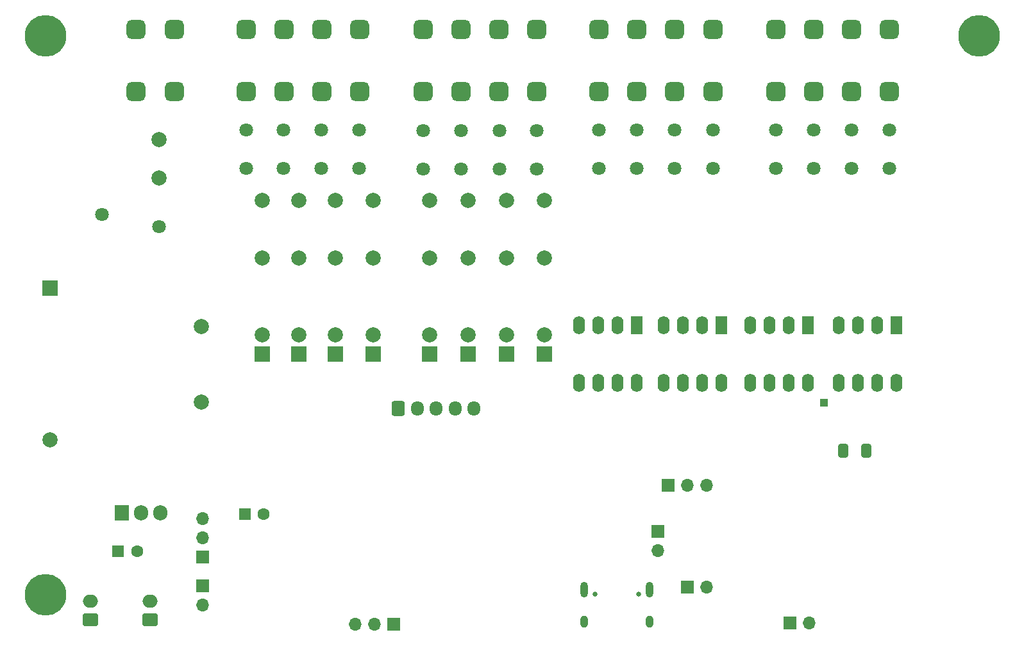
<source format=gbs>
G04 #@! TF.GenerationSoftware,KiCad,Pcbnew,7.0.5*
G04 #@! TF.CreationDate,2024-05-28T07:47:23+02:00*
G04 #@! TF.ProjectId,hamodule,68616d6f-6475-46c6-952e-6b696361645f,20240528.23.8*
G04 #@! TF.SameCoordinates,Original*
G04 #@! TF.FileFunction,Soldermask,Bot*
G04 #@! TF.FilePolarity,Negative*
%FSLAX46Y46*%
G04 Gerber Fmt 4.6, Leading zero omitted, Abs format (unit mm)*
G04 Created by KiCad (PCBNEW 7.0.5) date 2024-05-28 07:47:23*
%MOMM*%
%LPD*%
G01*
G04 APERTURE LIST*
G04 Aperture macros list*
%AMRoundRect*
0 Rectangle with rounded corners*
0 $1 Rounding radius*
0 $2 $3 $4 $5 $6 $7 $8 $9 X,Y pos of 4 corners*
0 Add a 4 corners polygon primitive as box body*
4,1,4,$2,$3,$4,$5,$6,$7,$8,$9,$2,$3,0*
0 Add four circle primitives for the rounded corners*
1,1,$1+$1,$2,$3*
1,1,$1+$1,$4,$5*
1,1,$1+$1,$6,$7*
1,1,$1+$1,$8,$9*
0 Add four rect primitives between the rounded corners*
20,1,$1+$1,$2,$3,$4,$5,0*
20,1,$1+$1,$4,$5,$6,$7,0*
20,1,$1+$1,$6,$7,$8,$9,0*
20,1,$1+$1,$8,$9,$2,$3,0*%
G04 Aperture macros list end*
%ADD10R,1.700000X1.700000*%
%ADD11O,1.700000X1.700000*%
%ADD12C,1.800000*%
%ADD13O,2.000000X1.700000*%
%ADD14RoundRect,0.250000X0.750000X-0.600000X0.750000X0.600000X-0.750000X0.600000X-0.750000X-0.600000X0*%
%ADD15R,2.000000X2.000000*%
%ADD16C,2.000000*%
%ADD17R,1.905000X2.000000*%
%ADD18O,1.905000X2.000000*%
%ADD19RoundRect,0.625000X0.625000X0.625000X-0.625000X0.625000X-0.625000X-0.625000X0.625000X-0.625000X0*%
%ADD20C,5.500000*%
%ADD21R,1.600000X2.400000*%
%ADD22O,1.600000X2.400000*%
%ADD23R,1.600000X1.600000*%
%ADD24C,1.600000*%
%ADD25R,1.000000X1.000000*%
%ADD26C,0.650000*%
%ADD27O,1.000000X2.100000*%
%ADD28O,1.000000X1.600000*%
%ADD29RoundRect,0.250000X-0.600000X-0.725000X0.600000X-0.725000X0.600000X0.725000X-0.600000X0.725000X0*%
%ADD30O,1.700000X1.950000*%
%ADD31RoundRect,0.250000X-0.412500X-0.650000X0.412500X-0.650000X0.412500X0.650000X-0.412500X0.650000X0*%
G04 APERTURE END LIST*
D10*
X47752500Y-108737400D03*
D11*
X47752500Y-111277400D03*
D12*
X34520700Y-59585350D03*
X42020700Y-61218680D03*
D13*
X40868600Y-110733200D03*
D14*
X40868600Y-113233200D03*
D15*
X27656000Y-69378900D03*
D16*
X27656000Y-89378900D03*
X47656000Y-84378900D03*
X47656000Y-74378900D03*
D17*
X37148000Y-99072700D03*
D18*
X39688000Y-99072700D03*
X42228000Y-99072700D03*
D19*
X68567800Y-43332400D03*
X68567800Y-35132401D03*
X63567800Y-43332400D03*
X63567800Y-35132401D03*
X58567800Y-43332400D03*
X58567800Y-35132401D03*
X53567800Y-43332400D03*
X53567800Y-35132401D03*
X44020000Y-43355999D03*
X44020000Y-35156000D03*
X39020000Y-43355999D03*
X39020000Y-35156000D03*
X115140000Y-43328199D03*
X115140000Y-35128200D03*
X110140000Y-43328199D03*
X110140000Y-35128200D03*
X105140000Y-43328199D03*
X105140000Y-35128200D03*
X100140000Y-43328199D03*
X100140000Y-35128200D03*
D16*
X42066400Y-49662400D03*
X42056400Y-54742400D03*
D20*
X27000000Y-36000000D03*
X150300000Y-36000000D03*
D21*
X139389178Y-74236118D03*
D22*
X136849178Y-74236118D03*
X134309178Y-74236118D03*
X131769178Y-74236118D03*
X131769178Y-81856118D03*
X134309178Y-81856118D03*
X136849178Y-81856118D03*
X139389178Y-81856118D03*
D21*
X105081300Y-74239600D03*
D22*
X102541300Y-74239600D03*
X100001300Y-74239600D03*
X97461300Y-74239600D03*
X97461300Y-81859600D03*
X100001300Y-81859600D03*
X102541300Y-81859600D03*
X105081300Y-81859600D03*
D21*
X116257300Y-74239600D03*
D22*
X113717300Y-74239600D03*
X111177300Y-74239600D03*
X108637300Y-74239600D03*
X108637300Y-81859600D03*
X111177300Y-81859600D03*
X113717300Y-81859600D03*
X116257300Y-81859600D03*
D14*
X32943800Y-113233200D03*
D13*
X32943800Y-110733200D03*
D10*
X125305402Y-113659699D03*
D11*
X127845402Y-113659699D03*
D19*
X138497702Y-43328199D03*
X138497702Y-35128200D03*
X133497702Y-43328199D03*
X133497702Y-35128200D03*
X128497702Y-43328199D03*
X128497702Y-35128200D03*
X123497702Y-43328199D03*
X123497702Y-35128200D03*
X91935800Y-43332400D03*
X91935800Y-35132401D03*
X86935800Y-43332400D03*
X86935800Y-35132401D03*
X81935800Y-43332400D03*
X81935800Y-35132401D03*
X76935800Y-43332400D03*
X76935800Y-35132401D03*
D12*
X81902800Y-53619400D03*
X81902800Y-48539400D03*
D15*
X77774800Y-78043900D03*
D16*
X77774800Y-75503900D03*
X77774800Y-65343900D03*
X77774800Y-57723900D03*
D10*
X109284000Y-95402400D03*
D11*
X111824000Y-95402400D03*
X114364000Y-95402400D03*
D12*
X105104000Y-53515900D03*
X105104000Y-48435900D03*
D23*
X53365400Y-99263200D03*
D24*
X55865400Y-99263200D03*
D15*
X82854800Y-78043900D03*
D16*
X82854800Y-75503900D03*
X82854800Y-65343900D03*
X82854800Y-57723900D03*
D12*
X115162400Y-53515900D03*
X115162400Y-48435900D03*
D10*
X107915402Y-101544699D03*
D11*
X107915402Y-104084699D03*
D12*
X133502400Y-53517800D03*
X133502400Y-48437800D03*
D10*
X111805800Y-108889800D03*
D11*
X114345800Y-108889800D03*
D25*
X129807200Y-84531200D03*
D12*
X128497800Y-53517800D03*
X128497800Y-48437800D03*
X68408300Y-53532900D03*
X68408300Y-48452900D03*
D21*
X127705178Y-74236118D03*
D22*
X125165178Y-74236118D03*
X122625178Y-74236118D03*
X120085178Y-74236118D03*
X120085178Y-81856118D03*
X122625178Y-81856118D03*
X125165178Y-81856118D03*
X127705178Y-81856118D03*
D10*
X72992800Y-113782200D03*
D11*
X70452800Y-113782200D03*
X67912800Y-113782200D03*
D12*
X76949800Y-53619400D03*
X76949800Y-48539400D03*
D26*
X99591402Y-109775599D03*
X105371402Y-109775599D03*
D27*
X98161402Y-109245599D03*
D28*
X98161402Y-113425599D03*
D27*
X106801402Y-109245599D03*
D28*
X106801402Y-113425599D03*
D29*
X73638400Y-85225400D03*
D30*
X76138400Y-85225400D03*
X78638400Y-85225400D03*
X81138400Y-85225400D03*
X83638400Y-85225400D03*
D10*
X47752500Y-104863900D03*
D11*
X47752500Y-102323900D03*
X47752500Y-99783900D03*
D12*
X138480800Y-53517800D03*
X138480800Y-48437800D03*
X110133200Y-53515900D03*
X110133200Y-48435900D03*
X86982800Y-53619400D03*
X86982800Y-48539400D03*
D15*
X55694300Y-78043900D03*
D16*
X55694300Y-75503900D03*
X55694300Y-65343900D03*
X55694300Y-57723900D03*
D15*
X60520300Y-78043900D03*
D16*
X60520300Y-75503900D03*
X60520300Y-65343900D03*
X60520300Y-57723900D03*
D12*
X58488300Y-53532900D03*
X58488300Y-48452900D03*
D15*
X70299300Y-78043900D03*
D16*
X70299300Y-75503900D03*
X70299300Y-65343900D03*
X70299300Y-57723900D03*
D15*
X87934800Y-78043900D03*
D16*
X87934800Y-75503900D03*
X87934800Y-65343900D03*
X87934800Y-57723900D03*
D15*
X92887800Y-78043900D03*
D16*
X92887800Y-75503900D03*
X92887800Y-65343900D03*
X92887800Y-57723900D03*
D15*
X65346300Y-78043900D03*
D16*
X65346300Y-75503900D03*
X65346300Y-65343900D03*
X65346300Y-57723900D03*
D23*
X36640000Y-104152700D03*
D24*
X39140000Y-104152700D03*
D12*
X123497800Y-53488400D03*
X123497800Y-48408400D03*
X100125600Y-53515900D03*
X100125600Y-48435900D03*
X91935800Y-53619400D03*
X91935800Y-48539400D03*
X53535300Y-53532900D03*
X53535300Y-48452900D03*
D20*
X27000000Y-109900000D03*
D12*
X63408300Y-53532900D03*
X63408300Y-48452900D03*
D31*
X132330402Y-90859699D03*
X135455402Y-90859699D03*
M02*

</source>
